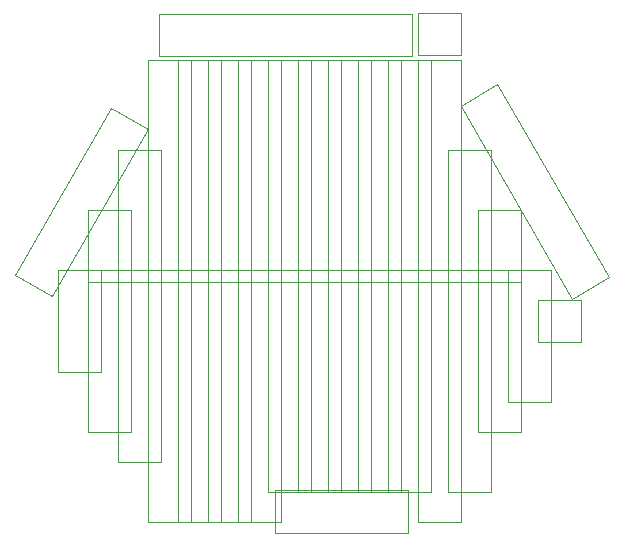
<source format=gbr>
G04 #@! TF.FileFunction,Other,User*
%FSLAX46Y46*%
G04 Gerber Fmt 4.6, Leading zero omitted, Abs format (unit mm)*
G04 Created by KiCad (PCBNEW 4.0.7-e2-6376~58~ubuntu14.04.1) date Sat Apr 21 17:00:56 2018*
%MOMM*%
%LPD*%
G01*
G04 APERTURE LIST*
%ADD10C,0.100000*%
%ADD11C,0.050000*%
G04 APERTURE END LIST*
D10*
D11*
X198280000Y-83200000D02*
X176930000Y-83200000D01*
X176930000Y-83200000D02*
X176930000Y-86800000D01*
X176930000Y-86800000D02*
X198280000Y-86800000D01*
X198280000Y-86800000D02*
X198280000Y-83200000D01*
X197940000Y-123540000D02*
X186740000Y-123540000D01*
X186740000Y-123540000D02*
X186740000Y-127140000D01*
X186740000Y-127140000D02*
X197940000Y-127140000D01*
X197940000Y-127140000D02*
X197940000Y-123540000D01*
X167828846Y-107117664D02*
X175978846Y-93001450D01*
X175978846Y-93001450D02*
X172861154Y-91201450D01*
X172861154Y-91201450D02*
X164711154Y-105317664D01*
X164711154Y-105317664D02*
X167828846Y-107117664D01*
X202431154Y-90991449D02*
X211856154Y-107316028D01*
X211856154Y-107316028D02*
X214973846Y-105516028D01*
X214973846Y-105516028D02*
X205548846Y-89191449D01*
X205548846Y-89191449D02*
X202431154Y-90991449D01*
X209020000Y-107420000D02*
X209020000Y-111020000D01*
X209020000Y-111020000D02*
X212620000Y-111020000D01*
X212620000Y-111020000D02*
X212620000Y-107420000D01*
X212620000Y-107420000D02*
X209020000Y-107420000D01*
X198860000Y-86730000D02*
X202460000Y-86730000D01*
X202460000Y-86730000D02*
X202460000Y-83130000D01*
X202460000Y-83130000D02*
X198860000Y-83130000D01*
X198860000Y-83130000D02*
X198860000Y-86730000D01*
X173460000Y-94720000D02*
X173460000Y-105920000D01*
X173460000Y-105920000D02*
X177060000Y-105920000D01*
X177060000Y-105920000D02*
X177060000Y-94720000D01*
X177060000Y-94720000D02*
X173460000Y-94720000D01*
X206480000Y-104880000D02*
X206480000Y-116080000D01*
X206480000Y-116080000D02*
X210080000Y-116080000D01*
X210080000Y-116080000D02*
X210080000Y-104880000D01*
X210080000Y-104880000D02*
X206480000Y-104880000D01*
X188700000Y-87100000D02*
X188700000Y-105950000D01*
X188700000Y-105950000D02*
X192300000Y-105950000D01*
X192300000Y-105950000D02*
X192300000Y-87100000D01*
X192300000Y-87100000D02*
X188700000Y-87100000D01*
X191240000Y-87100000D02*
X191240000Y-105950000D01*
X191240000Y-105950000D02*
X194840000Y-105950000D01*
X194840000Y-105950000D02*
X194840000Y-87100000D01*
X194840000Y-87100000D02*
X191240000Y-87100000D01*
X193780000Y-87100000D02*
X193780000Y-105950000D01*
X193780000Y-105950000D02*
X197380000Y-105950000D01*
X197380000Y-105950000D02*
X197380000Y-87100000D01*
X197380000Y-87100000D02*
X193780000Y-87100000D01*
X196320000Y-87100000D02*
X196320000Y-105950000D01*
X196320000Y-105950000D02*
X199920000Y-105950000D01*
X199920000Y-105950000D02*
X199920000Y-87100000D01*
X199920000Y-87100000D02*
X196320000Y-87100000D01*
X198860000Y-87100000D02*
X198860000Y-105950000D01*
X198860000Y-105950000D02*
X202460000Y-105950000D01*
X202460000Y-105950000D02*
X202460000Y-87100000D01*
X202460000Y-87100000D02*
X198860000Y-87100000D01*
X186160000Y-87100000D02*
X186160000Y-105950000D01*
X186160000Y-105950000D02*
X189760000Y-105950000D01*
X189760000Y-105950000D02*
X189760000Y-87100000D01*
X189760000Y-87100000D02*
X186160000Y-87100000D01*
X196320000Y-104880000D02*
X196320000Y-123730000D01*
X196320000Y-123730000D02*
X199920000Y-123730000D01*
X199920000Y-123730000D02*
X199920000Y-104880000D01*
X199920000Y-104880000D02*
X196320000Y-104880000D01*
X193780000Y-104880000D02*
X193780000Y-123730000D01*
X193780000Y-123730000D02*
X197380000Y-123730000D01*
X197380000Y-123730000D02*
X197380000Y-104880000D01*
X197380000Y-104880000D02*
X193780000Y-104880000D01*
X176000000Y-87100000D02*
X176000000Y-105950000D01*
X176000000Y-105950000D02*
X179600000Y-105950000D01*
X179600000Y-105950000D02*
X179600000Y-87100000D01*
X179600000Y-87100000D02*
X176000000Y-87100000D01*
X178540000Y-87100000D02*
X178540000Y-105950000D01*
X178540000Y-105950000D02*
X182140000Y-105950000D01*
X182140000Y-105950000D02*
X182140000Y-87100000D01*
X182140000Y-87100000D02*
X178540000Y-87100000D01*
X181080000Y-87100000D02*
X181080000Y-105950000D01*
X181080000Y-105950000D02*
X184680000Y-105950000D01*
X184680000Y-105950000D02*
X184680000Y-87100000D01*
X184680000Y-87100000D02*
X181080000Y-87100000D01*
X183620000Y-87100000D02*
X183620000Y-105950000D01*
X183620000Y-105950000D02*
X187220000Y-105950000D01*
X187220000Y-105950000D02*
X187220000Y-87100000D01*
X187220000Y-87100000D02*
X183620000Y-87100000D01*
X186160000Y-104880000D02*
X186160000Y-123730000D01*
X186160000Y-123730000D02*
X189760000Y-123730000D01*
X189760000Y-123730000D02*
X189760000Y-104880000D01*
X189760000Y-104880000D02*
X186160000Y-104880000D01*
X188700000Y-104880000D02*
X188700000Y-123730000D01*
X188700000Y-123730000D02*
X192300000Y-123730000D01*
X192300000Y-123730000D02*
X192300000Y-104880000D01*
X192300000Y-104880000D02*
X188700000Y-104880000D01*
X191240000Y-104880000D02*
X191240000Y-123730000D01*
X191240000Y-123730000D02*
X194840000Y-123730000D01*
X194840000Y-123730000D02*
X194840000Y-104880000D01*
X194840000Y-104880000D02*
X191240000Y-104880000D01*
X203940000Y-99800000D02*
X203940000Y-105950000D01*
X203940000Y-105950000D02*
X207540000Y-105950000D01*
X207540000Y-105950000D02*
X207540000Y-99800000D01*
X207540000Y-99800000D02*
X203940000Y-99800000D01*
X170920000Y-99800000D02*
X170920000Y-105950000D01*
X170920000Y-105950000D02*
X174520000Y-105950000D01*
X174520000Y-105950000D02*
X174520000Y-99800000D01*
X174520000Y-99800000D02*
X170920000Y-99800000D01*
X173460000Y-104880000D02*
X173460000Y-121180000D01*
X173460000Y-121180000D02*
X177060000Y-121180000D01*
X177060000Y-121180000D02*
X177060000Y-104880000D01*
X177060000Y-104880000D02*
X173460000Y-104880000D01*
X168380000Y-104880000D02*
X168380000Y-113530000D01*
X168380000Y-113530000D02*
X171980000Y-113530000D01*
X171980000Y-113530000D02*
X171980000Y-104880000D01*
X171980000Y-104880000D02*
X168380000Y-104880000D01*
X183620000Y-104880000D02*
X183620000Y-126230000D01*
X183620000Y-126230000D02*
X187220000Y-126230000D01*
X187220000Y-126230000D02*
X187220000Y-104880000D01*
X187220000Y-104880000D02*
X183620000Y-104880000D01*
X181080000Y-104880000D02*
X181080000Y-126230000D01*
X181080000Y-126230000D02*
X184680000Y-126230000D01*
X184680000Y-126230000D02*
X184680000Y-104880000D01*
X184680000Y-104880000D02*
X181080000Y-104880000D01*
X178540000Y-104880000D02*
X178540000Y-126230000D01*
X178540000Y-126230000D02*
X182140000Y-126230000D01*
X182140000Y-126230000D02*
X182140000Y-104880000D01*
X182140000Y-104880000D02*
X178540000Y-104880000D01*
X176000000Y-104880000D02*
X176000000Y-126230000D01*
X176000000Y-126230000D02*
X179600000Y-126230000D01*
X179600000Y-126230000D02*
X179600000Y-104880000D01*
X179600000Y-104880000D02*
X176000000Y-104880000D01*
X203940000Y-104880000D02*
X203940000Y-118630000D01*
X203940000Y-118630000D02*
X207540000Y-118630000D01*
X207540000Y-118630000D02*
X207540000Y-104880000D01*
X207540000Y-104880000D02*
X203940000Y-104880000D01*
X170920000Y-104880000D02*
X170920000Y-118630000D01*
X170920000Y-118630000D02*
X174520000Y-118630000D01*
X174520000Y-118630000D02*
X174520000Y-104880000D01*
X174520000Y-104880000D02*
X170920000Y-104880000D01*
X201400000Y-104880000D02*
X201400000Y-123730000D01*
X201400000Y-123730000D02*
X205000000Y-123730000D01*
X205000000Y-123730000D02*
X205000000Y-104880000D01*
X205000000Y-104880000D02*
X201400000Y-104880000D01*
X198860000Y-104880000D02*
X198860000Y-126230000D01*
X198860000Y-126230000D02*
X202460000Y-126230000D01*
X202460000Y-126230000D02*
X202460000Y-104880000D01*
X202460000Y-104880000D02*
X198860000Y-104880000D01*
X201400000Y-94720000D02*
X201400000Y-105920000D01*
X201400000Y-105920000D02*
X205000000Y-105920000D01*
X205000000Y-105920000D02*
X205000000Y-94720000D01*
X205000000Y-94720000D02*
X201400000Y-94720000D01*
M02*

</source>
